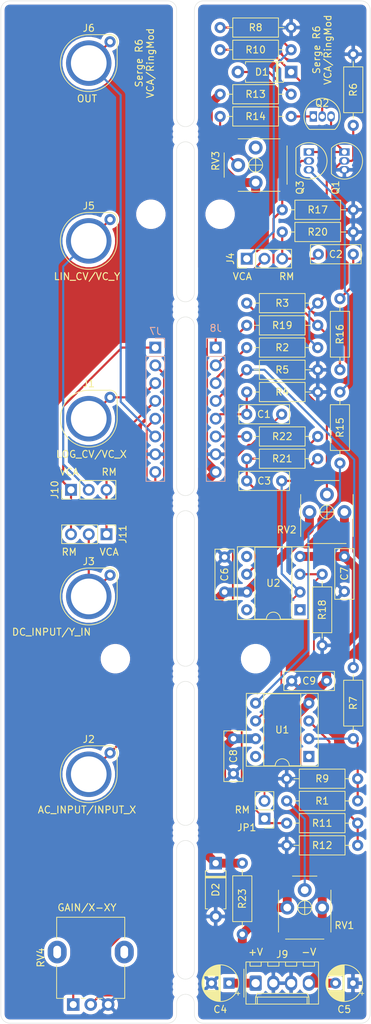
<source format=kicad_pcb>
(kicad_pcb (version 20171130) (host pcbnew "(5.1.8-0-10_14)")
  (layers (0 F.Cu signal) (31 B.Cu signal) (36 B.SilkS user) (37 F.SilkS user) (38 B.Mask user) (39 F.Mask user) (44 Edge.Cuts user))
  (net 0 "")
  (net 1 /AC_IN_X_IN_MAIN)
  (net 2 "Net-(C1-Pad1)")
  (net 3 "Net-(C2-Pad2)")
  (net 4 "Net-(C2-Pad1)")
  (net 5 "Net-(C3-Pad2)")
  (net 6 "Net-(C3-Pad1)")
  (net 7 GND)
  (net 8 +12V)
  (net 9 -12V)
  (net 10 "Net-(D1-Pad2)")
  (net 11 "Net-(D1-Pad1)")
  (net 12 +6V)
  (net 13 /AC_IN_X_IN_CTRL)
  (net 14 /LIN_CV_Y_IN_MAIN)
  (net 15 /LIN_CV)
  (net 16 /OUT_CTRL)
  (net 17 /6V_CTRL)
  (net 18 GND1)
  (net 19 /GAIN_X_XY_CTRL)
  (net 20 /OUT_MAIN)
  (net 21 /GAIN_X_XY_MAIN)
  (net 22 "Net-(JP1-Pad2)")
  (net 23 "Net-(Q1-Pad1)")
  (net 24 "Net-(Q1-Pad2)")
  (net 25 "Net-(Q2-Pad1)")
  (net 26 "Net-(Q3-Pad3)")
  (net 27 "Net-(Q3-Pad2)")
  (net 28 "Net-(R1-Pad2)")
  (net 29 "Net-(R1-Pad1)")
  (net 30 "Net-(R3-Pad2)")
  (net 31 "Net-(R11-Pad1)")
  (net 32 "Net-(R14-Pad1)")
  (net 33 "Net-(R15-Pad2)")
  (net 34 "Net-(RV3-Pad3)")
  (net 35 "Net-(U1-Pad8)")
  (net 36 "Net-(U1-Pad1)")
  (net 37 "Net-(U2-Pad8)")
  (net 38 "Net-(U2-Pad5)")
  (net 39 "Net-(U2-Pad1)")
  (net 40 /LOG_CV_VC_X_CTRL)
  (net 41 "Net-(J11-Pad2)")
  (net 42 "Net-(J10-Pad2)")
  (net 43 /DC_IN_CTRL)
  (net 44 /LIN_CV_CTRL)
  (net 45 /DC_IN_VC_Y_MAIN)
  (net 46 /LOG_CV_VC_X_MAIN)
  (module rumblesan-footprints:mouse-bite-2.54mm-slot (layer F.Cu) (at 113.157 172.593 90)
    (fp_text reference mouse-bite-2.54mm-slot hide)
    (fp_text value VAL** hide)
    (pad "" np_thru_hole circle (at 0.8 1.1 90) (size 0.5 0.5) (drill 0.5) (layers *.Cu *.Mask))
    (pad "" np_thru_hole circle (at -0.8 1.1 90) (size 0.5 0.5) (drill 0.5) (layers *.Cu *.Mask))
    (pad "" np_thru_hole circle (at -0.8 -1.1 90) (size 0.5 0.5) (drill 0.5) (layers *.Cu *.Mask))
    (pad "" np_thru_hole circle (at 0.8 -1.1 90) (size 0.5 0.5) (drill 0.5) (layers *.Cu *.Mask))
    (pad "" np_thru_hole circle (at 0 1.1 90) (size 0.5 0.5) (drill 0.5) (layers *.Cu *.Mask))
    (pad "" np_thru_hole circle (at 0 -1.1 90) (size 0.5 0.5) (drill 0.5) (layers *.Cu *.Mask))
  )
  (module rumblesan-footprints:mouse-bite-2.54mm-slot (layer F.Cu) (at 113.157 150.622 90)
    (fp_text reference mouse-bite-2.54mm-slot hide)
    (fp_text value VAL** hide)
    (pad "" np_thru_hole circle (at 0.8 1.1 90) (size 0.5 0.5) (drill 0.5) (layers *.Cu *.Mask))
    (pad "" np_thru_hole circle (at -0.8 1.1 90) (size 0.5 0.5) (drill 0.5) (layers *.Cu *.Mask))
    (pad "" np_thru_hole circle (at -0.8 -1.1 90) (size 0.5 0.5) (drill 0.5) (layers *.Cu *.Mask))
    (pad "" np_thru_hole circle (at 0.8 -1.1 90) (size 0.5 0.5) (drill 0.5) (layers *.Cu *.Mask))
    (pad "" np_thru_hole circle (at 0 1.1 90) (size 0.5 0.5) (drill 0.5) (layers *.Cu *.Mask))
    (pad "" np_thru_hole circle (at 0 -1.1 90) (size 0.5 0.5) (drill 0.5) (layers *.Cu *.Mask))
  )
  (module rumblesan-footprints:mouse-bite-2.54mm-slot (layer F.Cu) (at 113.157 127.889 90)
    (fp_text reference mouse-bite-2.54mm-slot hide)
    (fp_text value VAL** hide)
    (pad "" np_thru_hole circle (at 0.8 1.1 90) (size 0.5 0.5) (drill 0.5) (layers *.Cu *.Mask))
    (pad "" np_thru_hole circle (at -0.8 1.1 90) (size 0.5 0.5) (drill 0.5) (layers *.Cu *.Mask))
    (pad "" np_thru_hole circle (at -0.8 -1.1 90) (size 0.5 0.5) (drill 0.5) (layers *.Cu *.Mask))
    (pad "" np_thru_hole circle (at 0.8 -1.1 90) (size 0.5 0.5) (drill 0.5) (layers *.Cu *.Mask))
    (pad "" np_thru_hole circle (at 0 1.1 90) (size 0.5 0.5) (drill 0.5) (layers *.Cu *.Mask))
    (pad "" np_thru_hole circle (at 0 -1.1 90) (size 0.5 0.5) (drill 0.5) (layers *.Cu *.Mask))
  )
  (module rumblesan-footprints:mouse-bite-2.54mm-slot (layer F.Cu) (at 113.157 103.505 90)
    (fp_text reference mouse-bite-2.54mm-slot hide)
    (fp_text value VAL** hide)
    (pad "" np_thru_hole circle (at 0.8 1.1 90) (size 0.5 0.5) (drill 0.5) (layers *.Cu *.Mask))
    (pad "" np_thru_hole circle (at -0.8 1.1 90) (size 0.5 0.5) (drill 0.5) (layers *.Cu *.Mask))
    (pad "" np_thru_hole circle (at -0.8 -1.1 90) (size 0.5 0.5) (drill 0.5) (layers *.Cu *.Mask))
    (pad "" np_thru_hole circle (at 0.8 -1.1 90) (size 0.5 0.5) (drill 0.5) (layers *.Cu *.Mask))
    (pad "" np_thru_hole circle (at 0 1.1 90) (size 0.5 0.5) (drill 0.5) (layers *.Cu *.Mask))
    (pad "" np_thru_hole circle (at 0 -1.1 90) (size 0.5 0.5) (drill 0.5) (layers *.Cu *.Mask))
  )
  (module rumblesan-footprints:mouse-bite-2.54mm-slot (layer F.Cu) (at 113.157 75.819 90)
    (fp_text reference mouse-bite-2.54mm-slot hide)
    (fp_text value VAL** hide)
    (pad "" np_thru_hole circle (at 0.8 1.1 90) (size 0.5 0.5) (drill 0.5) (layers *.Cu *.Mask))
    (pad "" np_thru_hole circle (at -0.8 1.1 90) (size 0.5 0.5) (drill 0.5) (layers *.Cu *.Mask))
    (pad "" np_thru_hole circle (at -0.8 -1.1 90) (size 0.5 0.5) (drill 0.5) (layers *.Cu *.Mask))
    (pad "" np_thru_hole circle (at 0.8 -1.1 90) (size 0.5 0.5) (drill 0.5) (layers *.Cu *.Mask))
    (pad "" np_thru_hole circle (at 0 1.1 90) (size 0.5 0.5) (drill 0.5) (layers *.Cu *.Mask))
    (pad "" np_thru_hole circle (at 0 -1.1 90) (size 0.5 0.5) (drill 0.5) (layers *.Cu *.Mask))
  )
  (module rumblesan-footprints:mouse-bite-2.54mm-slot (layer F.Cu) (at 113.157 50.8 90)
    (fp_text reference mouse-bite-2.54mm-slot hide)
    (fp_text value VAL** hide)
    (pad "" np_thru_hole circle (at 0.8 1.1 90) (size 0.5 0.5) (drill 0.5) (layers *.Cu *.Mask))
    (pad "" np_thru_hole circle (at -0.8 1.1 90) (size 0.5 0.5) (drill 0.5) (layers *.Cu *.Mask))
    (pad "" np_thru_hole circle (at -0.8 -1.1 90) (size 0.5 0.5) (drill 0.5) (layers *.Cu *.Mask))
    (pad "" np_thru_hole circle (at 0.8 -1.1 90) (size 0.5 0.5) (drill 0.5) (layers *.Cu *.Mask))
    (pad "" np_thru_hole circle (at 0 1.1 90) (size 0.5 0.5) (drill 0.5) (layers *.Cu *.Mask))
    (pad "" np_thru_hole circle (at 0 -1.1 90) (size 0.5 0.5) (drill 0.5) (layers *.Cu *.Mask))
  )
  (module Connector_PinHeader_2.54mm:PinHeader_1x03_P2.54mm_Vertical (layer F.Cu) (at 101.854 107.95 270)
    (fp_text reference J11 (at 0 -2.33 90) (layer F.SilkS))
    (fp_text value DC_IN_VC_Y_SEL)
    (pad 3 thru_hole oval (at 0 5.08 270) (size 1.7 1.7) (drill 1) (layers *.Cu *.Mask) (net 44 /LIN_CV_CTRL))
    (pad 2 thru_hole oval (at 0 2.54 270) (size 1.7 1.7) (drill 1) (layers *.Cu *.Mask) (net 41 "Net-(J11-Pad2)"))
    (pad 1 thru_hole rect (at 0 0 270) (size 1.7 1.7) (drill 1) (layers *.Cu *.Mask) (net 43 /DC_IN_CTRL))
  )
  (module Connector_PinHeader_2.54mm:PinHeader_1x03_P2.54mm_Vertical (layer F.Cu) (at 96.774 101.6 90)
    (fp_text reference J10 (at 0 -2.33 90) (layer F.SilkS))
    (fp_text value LIN_CV_Y_IN_SEL)
    (pad 3 thru_hole oval (at 0 5.08 90) (size 1.7 1.7) (drill 1) (layers *.Cu *.Mask) (net 43 /DC_IN_CTRL))
    (pad 2 thru_hole oval (at 0 2.54 90) (size 1.7 1.7) (drill 1) (layers *.Cu *.Mask) (net 42 "Net-(J10-Pad2)"))
    (pad 1 thru_hole rect (at 0 0 90) (size 1.7 1.7) (drill 1) (layers *.Cu *.Mask) (net 44 /LIN_CV_CTRL))
  )
  (module MountingHole:MountingHole_3.2mm_M3 (layer F.Cu) (at 108.204 62.23)
    (fp_text reference H4 hide)
    (fp_text value MountingScrew_M3_Flathead hide)
    (pad 1 np_thru_hole circle (at 0 0) (size 3.2 3.2) (drill 3.2) (layers *.Cu *.Mask))
  )
  (module MountingHole:MountingHole_3.2mm_M3 (layer F.Cu) (at 118.11 62.23)
    (fp_text reference H3 hide)
    (fp_text value MountingScrew_M3_Flathead hide)
    (pad 1 np_thru_hole circle (at 0 0) (size 3.2 3.2) (drill 3.2) (layers *.Cu *.Mask))
  )
  (module rumblesan-footprints:Molex_KK-254_AE-6410-04A_1x04_P2.54mm_Vertical (layer F.Cu) (at 123.19 172.085)
    (fp_text reference J9 (at 3.81 -4.12) (layer F.SilkS))
    (fp_text value Conn_01x04_Male)
    (pad 4 thru_hole oval (at 7.62 0) (size 1.74 2.19) (drill 1.19) (layers *.Cu *.Mask) (net 9 -12V))
    (pad 3 thru_hole oval (at 5.08 0) (size 1.74 2.19) (drill 1.19) (layers *.Cu *.Mask) (net 7 GND))
    (pad 2 thru_hole oval (at 2.54 0) (size 1.74 2.19) (drill 1.19) (layers *.Cu *.Mask) (net 7 GND))
    (pad 1 thru_hole roundrect (at 0 0) (size 1.74 2.19) (drill 1.19) (layers *.Cu *.Mask) (roundrect_rratio 0.1436775862068966) (net 8 +12V))
  )
  (module Capacitor_THT:C_Rect_L7.0mm_W2.5mm_P5.00mm (layer F.Cu) (at 128.35 128.905)
    (fp_text reference C9 (at 2.5 0) (layer F.SilkS))
    (fp_text value 100nf)
    (pad 2 thru_hole circle (at 5 0) (size 1.6 1.6) (drill 0.8) (layers *.Cu *.Mask) (net 9 -12V))
    (pad 1 thru_hole circle (at 0 0) (size 1.6 1.6) (drill 0.8) (layers *.Cu *.Mask) (net 7 GND))
  )
  (module Capacitor_THT:C_Rect_L7.0mm_W2.5mm_P5.00mm (layer F.Cu) (at 120.015 137.16 270)
    (fp_text reference C8 (at 2.5 0 90) (layer F.SilkS))
    (fp_text value 100nf)
    (pad 2 thru_hole circle (at 5 0 270) (size 1.6 1.6) (drill 0.8) (layers *.Cu *.Mask) (net 7 GND))
    (pad 1 thru_hole circle (at 0 0 270) (size 1.6 1.6) (drill 0.8) (layers *.Cu *.Mask) (net 8 +12V))
  )
  (module Capacitor_THT:C_Rect_L7.0mm_W2.5mm_P5.00mm (layer F.Cu) (at 135.89 116.125 90)
    (fp_text reference C7 (at 2.54 0 90) (layer F.SilkS))
    (fp_text value 100nf)
    (pad 2 thru_hole circle (at 5 0 90) (size 1.6 1.6) (drill 0.8) (layers *.Cu *.Mask) (net 9 -12V))
    (pad 1 thru_hole circle (at 0 0 90) (size 1.6 1.6) (drill 0.8) (layers *.Cu *.Mask) (net 7 GND))
  )
  (module Capacitor_THT:C_Rect_L7.0mm_W2.5mm_P5.00mm (layer F.Cu) (at 118.745 116.205 90)
    (fp_text reference C6 (at 2.5 0 90) (layer F.SilkS))
    (fp_text value 100nf)
    (pad 2 thru_hole circle (at 5 0 90) (size 1.6 1.6) (drill 0.8) (layers *.Cu *.Mask) (net 7 GND))
    (pad 1 thru_hole circle (at 0 0 90) (size 1.6 1.6) (drill 0.8) (layers *.Cu *.Mask) (net 8 +12V))
  )
  (module Capacitor_THT:C_Rect_L7.0mm_W2.5mm_P5.00mm (layer F.Cu) (at 121.92 100.33)
    (fp_text reference C3 (at 2.5 0) (layer F.SilkS))
    (fp_text value 220pf)
    (pad 2 thru_hole circle (at 5 0) (size 1.6 1.6) (drill 0.8) (layers *.Cu *.Mask) (net 5 "Net-(C3-Pad2)"))
    (pad 1 thru_hole circle (at 0 0) (size 1.6 1.6) (drill 0.8) (layers *.Cu *.Mask) (net 6 "Net-(C3-Pad1)"))
  )
  (module Capacitor_THT:C_Rect_L7.0mm_W2.5mm_P5.00mm (layer F.Cu) (at 132.16 67.945)
    (fp_text reference C2 (at 2.5 0) (layer F.SilkS))
    (fp_text value na/470n)
    (pad 2 thru_hole circle (at 5 0) (size 1.6 1.6) (drill 0.8) (layers *.Cu *.Mask) (net 3 "Net-(C2-Pad2)"))
    (pad 1 thru_hole circle (at 0 0) (size 1.6 1.6) (drill 0.8) (layers *.Cu *.Mask) (net 4 "Net-(C2-Pad1)"))
  )
  (module Capacitor_THT:C_Rect_L7.0mm_W2.5mm_P5.00mm (layer F.Cu) (at 126.92 90.805 180)
    (fp_text reference C1 (at 2.54 0) (layer F.SilkS))
    (fp_text value 470n)
    (pad 2 thru_hole circle (at 5 0 180) (size 1.6 1.6) (drill 0.8) (layers *.Cu *.Mask) (net 1 /AC_IN_X_IN_MAIN))
    (pad 1 thru_hole circle (at 0 0 180) (size 1.6 1.6) (drill 0.8) (layers *.Cu *.Mask) (net 2 "Net-(C1-Pad1)"))
  )
  (module Package_DIP:DIP-8_W7.62mm_Socket (layer F.Cu) (at 129.54 118.745 180)
    (fp_text reference U2 (at 3.81 3.81) (layer F.SilkS))
    (fp_text value TL071)
    (pad 8 thru_hole oval (at 7.62 0 180) (size 1.6 1.6) (drill 0.8) (layers *.Cu *.Mask) (net 37 "Net-(U2-Pad8)"))
    (pad 4 thru_hole oval (at 0 7.62 180) (size 1.6 1.6) (drill 0.8) (layers *.Cu *.Mask) (net 9 -12V))
    (pad 7 thru_hole oval (at 7.62 2.54 180) (size 1.6 1.6) (drill 0.8) (layers *.Cu *.Mask) (net 8 +12V))
    (pad 3 thru_hole oval (at 0 5.08 180) (size 1.6 1.6) (drill 0.8) (layers *.Cu *.Mask) (net 22 "Net-(JP1-Pad2)"))
    (pad 6 thru_hole oval (at 7.62 5.08 180) (size 1.6 1.6) (drill 0.8) (layers *.Cu *.Mask) (net 6 "Net-(C3-Pad1)"))
    (pad 2 thru_hole oval (at 0 2.54 180) (size 1.6 1.6) (drill 0.8) (layers *.Cu *.Mask) (net 5 "Net-(C3-Pad2)"))
    (pad 5 thru_hole oval (at 7.62 7.62 180) (size 1.6 1.6) (drill 0.8) (layers *.Cu *.Mask) (net 38 "Net-(U2-Pad5)"))
    (pad 1 thru_hole rect (at 0 0 180) (size 1.6 1.6) (drill 0.8) (layers *.Cu *.Mask) (net 39 "Net-(U2-Pad1)"))
  )
  (module Package_DIP:DIP-8_W7.62mm_Socket (layer F.Cu) (at 130.81 139.7 180)
    (fp_text reference U1 (at 3.81 3.81) (layer F.SilkS))
    (fp_text value CA3080)
    (pad 8 thru_hole oval (at 7.62 0 180) (size 1.6 1.6) (drill 0.8) (layers *.Cu *.Mask) (net 35 "Net-(U1-Pad8)"))
    (pad 4 thru_hole oval (at 0 7.62 180) (size 1.6 1.6) (drill 0.8) (layers *.Cu *.Mask) (net 9 -12V))
    (pad 7 thru_hole oval (at 7.62 2.54 180) (size 1.6 1.6) (drill 0.8) (layers *.Cu *.Mask) (net 8 +12V))
    (pad 3 thru_hole oval (at 0 5.08 180) (size 1.6 1.6) (drill 0.8) (layers *.Cu *.Mask) (net 31 "Net-(R11-Pad1)"))
    (pad 6 thru_hole oval (at 7.62 5.08 180) (size 1.6 1.6) (drill 0.8) (layers *.Cu *.Mask) (net 5 "Net-(C3-Pad2)"))
    (pad 2 thru_hole oval (at 0 2.54 180) (size 1.6 1.6) (drill 0.8) (layers *.Cu *.Mask) (net 29 "Net-(R1-Pad1)"))
    (pad 5 thru_hole oval (at 7.62 7.62 180) (size 1.6 1.6) (drill 0.8) (layers *.Cu *.Mask) (net 33 "Net-(R15-Pad2)"))
    (pad 1 thru_hole rect (at 0 0 180) (size 1.6 1.6) (drill 0.8) (layers *.Cu *.Mask) (net 36 "Net-(U1-Pad1)"))
  )
  (module Potentiometer_THT:Potentiometer_Alpha_RD901F-40-00D_Single_Vertical (layer F.Cu) (at 97.094 175.14 90)
    (fp_text reference RV4 (at 6.71 -4.64 270) (layer F.SilkS))
    (fp_text value 100k)
    (pad "" thru_hole oval (at 7.5 -2.3 180) (size 2.72 3.24) (drill oval 1.1 1.8) (layers *.Cu *.Mask))
    (pad "" thru_hole oval (at 7.5 7.3 180) (size 2.72 3.24) (drill oval 1.1 1.8) (layers *.Cu *.Mask))
    (pad 3 thru_hole circle (at 0 5 180) (size 1.8 1.8) (drill 1) (layers *.Cu *.Mask) (net 18 GND1))
    (pad 2 thru_hole circle (at 0 2.5 180) (size 1.8 1.8) (drill 1) (layers *.Cu *.Mask) (net 19 /GAIN_X_XY_CTRL))
    (pad 1 thru_hole rect (at 0 0 180) (size 1.8 1.8) (drill 1) (layers *.Cu *.Mask) (net 17 /6V_CTRL))
  )
  (module rumblesan-footprints:Potentiometer_THT_Bourns_3306P_Vertical (layer F.Cu) (at 123.19 55.205 90)
    (fp_text reference RV3 (at 0.595 -5.715 90) (layer F.SilkS))
    (fp_text value 25k)
    (pad 2 thru_hole circle (at 0 -2.5 90) (size 2 2) (drill 1.1) (layers *.Cu *.Mask) (net 32 "Net-(R14-Pad1)"))
    (pad 1 thru_hole circle (at -2.5 0 90) (size 2 2) (drill 1.1) (layers *.Cu *.Mask) (net 12 +6V))
    (pad 3 thru_hole circle (at 2.5 0 90) (size 2 2) (drill 1.1) (layers *.Cu *.Mask) (net 34 "Net-(RV3-Pad3)"))
  )
  (module rumblesan-footprints:Potentiometer_THT_Bourns_3306P_Vertical (layer F.Cu) (at 133.39 104.775)
    (fp_text reference RV2 (at -5.755 2.54) (layer F.SilkS))
    (fp_text value 25k)
    (pad 3 thru_hole circle (at 2.5 0) (size 2 2) (drill 1.1) (layers *.Cu *.Mask) (net 9 -12V))
    (pad 1 thru_hole circle (at -2.5 0) (size 2 2) (drill 1.1) (layers *.Cu *.Mask) (net 8 +12V))
    (pad 2 thru_hole circle (at 0 -2.5) (size 2 2) (drill 1.1) (layers *.Cu *.Mask) (net 30 "Net-(R3-Pad2)"))
  )
  (module rumblesan-footprints:Potentiometer_THT_Bourns_3306P_Vertical (layer F.Cu) (at 130.215 161.29)
    (fp_text reference RV1 (at 5.675 2.54) (layer F.SilkS))
    (fp_text value 25k)
    (pad 3 thru_hole circle (at 2.5 0) (size 2 2) (drill 1.1) (layers *.Cu *.Mask) (net 9 -12V))
    (pad 1 thru_hole circle (at -2.5 0) (size 2 2) (drill 1.1) (layers *.Cu *.Mask) (net 8 +12V))
    (pad 2 thru_hole circle (at 0 -2.5) (size 2 2) (drill 1.1) (layers *.Cu *.Mask) (net 28 "Net-(R1-Pad2)"))
  )
  (module rumblesan-footprints:Resistor_THT_L6.3mm_D2.5mm_P10.16mm_Horizontal (layer F.Cu) (at 121.285 154.94 270)
    (fp_text reference R23 (at 5.08 0 90) (layer F.SilkS))
    (fp_text value 2k2)
    (pad 2 thru_hole oval (at 10.16 0 270) (size 1.6 1.6) (drill 0.8) (layers *.Cu *.Mask) (net 8 +12V))
    (pad 1 thru_hole circle (at 0 0 270) (size 1.6 1.6) (drill 0.8) (layers *.Cu *.Mask) (net 12 +6V))
  )
  (module rumblesan-footprints:Resistor_THT_L6.3mm_D2.5mm_P10.16mm_Horizontal (layer F.Cu) (at 121.92 93.98)
    (fp_text reference R22 (at 5.08 0) (layer F.SilkS))
    (fp_text value 330r)
    (pad 2 thru_hole oval (at 10.16 0) (size 1.6 1.6) (drill 0.8) (layers *.Cu *.Mask) (net 6 "Net-(C3-Pad1)"))
    (pad 1 thru_hole circle (at 0 0) (size 1.6 1.6) (drill 0.8) (layers *.Cu *.Mask) (net 20 /OUT_MAIN))
  )
  (module rumblesan-footprints:Resistor_THT_L6.3mm_D2.5mm_P10.16mm_Horizontal (layer F.Cu) (at 121.92 97.155)
    (fp_text reference R21 (at 5.08 0) (layer F.SilkS))
    (fp_text value 33k/68k)
    (pad 2 thru_hole oval (at 10.16 0) (size 1.6 1.6) (drill 0.8) (layers *.Cu *.Mask) (net 5 "Net-(C3-Pad2)"))
    (pad 1 thru_hole circle (at 0 0) (size 1.6 1.6) (drill 0.8) (layers *.Cu *.Mask) (net 6 "Net-(C3-Pad1)"))
  )
  (module rumblesan-footprints:Resistor_THT_L6.3mm_D2.5mm_P10.16mm_Horizontal (layer F.Cu) (at 127 64.77)
    (fp_text reference R20 (at 5.08 0) (layer F.SilkS))
    (fp_text value na/47k)
    (pad 2 thru_hole oval (at 10.16 0) (size 1.6 1.6) (drill 0.8) (layers *.Cu *.Mask) (net 7 GND))
    (pad 1 thru_hole circle (at 0 0) (size 1.6 1.6) (drill 0.8) (layers *.Cu *.Mask) (net 4 "Net-(C2-Pad1)"))
  )
  (module rumblesan-footprints:Resistor_THT_L6.3mm_D2.5mm_P10.16mm_Horizontal (layer F.Cu) (at 121.92 78.105)
    (fp_text reference R19 (at 5.08 0) (layer F.SilkS))
    (fp_text value 22k/47k)
    (pad 1 thru_hole circle (at 0 0) (size 1.6 1.6) (drill 0.8) (layers *.Cu *.Mask) (net 21 /GAIN_X_XY_MAIN))
    (pad 2 thru_hole oval (at 10.16 0) (size 1.6 1.6) (drill 0.8) (layers *.Cu *.Mask) (net 27 "Net-(Q3-Pad2)"))
  )
  (module rumblesan-footprints:Resistor_THT_L6.3mm_D2.5mm_P10.16mm_Horizontal (layer F.Cu) (at 132.715 113.665 270)
    (fp_text reference R18 (at 5.08 0 90) (layer F.SilkS))
    (fp_text value 33k/na)
    (pad 2 thru_hole oval (at 10.16 0 270) (size 1.6 1.6) (drill 0.8) (layers *.Cu *.Mask) (net 7 GND))
    (pad 1 thru_hole circle (at 0 0 270) (size 1.6 1.6) (drill 0.8) (layers *.Cu *.Mask) (net 22 "Net-(JP1-Pad2)"))
  )
  (module rumblesan-footprints:Resistor_THT_L6.3mm_D2.5mm_P10.16mm_Horizontal (layer F.Cu) (at 127 61.595)
    (fp_text reference R17 (at 5.08 0) (layer F.SilkS))
    (fp_text value 1k)
    (pad 2 thru_hole oval (at 10.16 0) (size 1.6 1.6) (drill 0.8) (layers *.Cu *.Mask) (net 7 GND))
    (pad 1 thru_hole circle (at 0 0) (size 1.6 1.6) (drill 0.8) (layers *.Cu *.Mask) (net 27 "Net-(Q3-Pad2)"))
  )
  (module rumblesan-footprints:Resistor_THT_L6.3mm_D2.5mm_P10.16mm_Horizontal (layer F.Cu) (at 135.255 74.295 270)
    (fp_text reference R16 (at 5.08 0 90) (layer F.SilkS))
    (fp_text value na/47k)
    (pad 2 thru_hole oval (at 10.16 0 270) (size 1.6 1.6) (drill 0.8) (layers *.Cu *.Mask) (net 27 "Net-(Q3-Pad2)"))
    (pad 1 thru_hole circle (at 0 0 270) (size 1.6 1.6) (drill 0.8) (layers *.Cu *.Mask) (net 3 "Net-(C2-Pad2)"))
  )
  (module rumblesan-footprints:Resistor_THT_L6.3mm_D2.5mm_P10.16mm_Horizontal (layer F.Cu) (at 135.255 87.63 270)
    (fp_text reference R15 (at 5.08 0 90) (layer F.SilkS))
    (fp_text value 15k)
    (pad 2 thru_hole oval (at 10.16 0 270) (size 1.6 1.6) (drill 0.8) (layers *.Cu *.Mask) (net 33 "Net-(R15-Pad2)"))
    (pad 1 thru_hole circle (at 0 0 270) (size 1.6 1.6) (drill 0.8) (layers *.Cu *.Mask) (net 26 "Net-(Q3-Pad3)"))
  )
  (module rumblesan-footprints:Resistor_THT_L6.3mm_D2.5mm_P10.16mm_Horizontal (layer F.Cu) (at 118.11 48.26)
    (fp_text reference R14 (at 5.08 0) (layer F.SilkS))
    (fp_text value 2k2)
    (pad 2 thru_hole oval (at 10.16 0) (size 1.6 1.6) (drill 0.8) (layers *.Cu *.Mask) (net 25 "Net-(Q2-Pad1)"))
    (pad 1 thru_hole circle (at 0 0) (size 1.6 1.6) (drill 0.8) (layers *.Cu *.Mask) (net 32 "Net-(R14-Pad1)"))
  )
  (module rumblesan-footprints:Resistor_THT_L6.3mm_D2.5mm_P10.16mm_Horizontal (layer F.Cu) (at 118.11 45.085)
    (fp_text reference R13 (at 5.08 0) (layer F.SilkS))
    (fp_text value 220k)
    (pad 2 thru_hole oval (at 10.16 0) (size 1.6 1.6) (drill 0.8) (layers *.Cu *.Mask) (net 10 "Net-(D1-Pad2)"))
    (pad 1 thru_hole circle (at 0 0) (size 1.6 1.6) (drill 0.8) (layers *.Cu *.Mask) (net 12 +6V))
  )
  (module rumblesan-footprints:Resistor_THT_L6.3mm_D2.5mm_P10.16mm_Horizontal (layer F.Cu) (at 137.795 152.4 180)
    (fp_text reference R12 (at 5.08 0) (layer F.SilkS))
    (fp_text value 330r)
    (pad 2 thru_hole oval (at 10.16 0 180) (size 1.6 1.6) (drill 0.8) (layers *.Cu *.Mask) (net 7 GND))
    (pad 1 thru_hole circle (at 0 0 180) (size 1.6 1.6) (drill 0.8) (layers *.Cu *.Mask) (net 31 "Net-(R11-Pad1)"))
  )
  (module rumblesan-footprints:Resistor_THT_L6.3mm_D2.5mm_P10.16mm_Horizontal (layer F.Cu) (at 137.795 149.225 180)
    (fp_text reference R11 (at 5.08 0) (layer F.SilkS))
    (fp_text value 68k)
    (pad 2 thru_hole oval (at 10.16 0 180) (size 1.6 1.6) (drill 0.8) (layers *.Cu *.Mask) (net 2 "Net-(C1-Pad1)"))
    (pad 1 thru_hole circle (at 0 0 180) (size 1.6 1.6) (drill 0.8) (layers *.Cu *.Mask) (net 31 "Net-(R11-Pad1)"))
  )
  (module rumblesan-footprints:Resistor_THT_L6.3mm_D2.5mm_P10.16mm_Horizontal (layer F.Cu) (at 118.11 38.735)
    (fp_text reference R10 (at 5.08 0) (layer F.SilkS))
    (fp_text value 220k)
    (pad 2 thru_hole oval (at 10.16 0) (size 1.6 1.6) (drill 0.8) (layers *.Cu *.Mask) (net 15 /LIN_CV))
    (pad 1 thru_hole circle (at 0 0) (size 1.6 1.6) (drill 0.8) (layers *.Cu *.Mask) (net 11 "Net-(D1-Pad1)"))
  )
  (module rumblesan-footprints:Resistor_THT_L6.3mm_D2.5mm_P10.16mm_Horizontal (layer F.Cu) (at 137.795 142.875 180)
    (fp_text reference R9 (at 5.08 0) (layer F.SilkS))
    (fp_text value 330r)
    (pad 2 thru_hole oval (at 10.16 0 180) (size 1.6 1.6) (drill 0.8) (layers *.Cu *.Mask) (net 7 GND))
    (pad 1 thru_hole circle (at 0 0 180) (size 1.6 1.6) (drill 0.8) (layers *.Cu *.Mask) (net 29 "Net-(R1-Pad1)"))
  )
  (module rumblesan-footprints:Resistor_THT_L6.3mm_D2.5mm_P10.16mm_Horizontal (layer F.Cu) (at 118.11 35.56)
    (fp_text reference R8 (at 5.08 0) (layer F.SilkS))
    (fp_text value 15k)
    (pad 2 thru_hole oval (at 10.16 0) (size 1.6 1.6) (drill 0.8) (layers *.Cu *.Mask) (net 7 GND))
    (pad 1 thru_hole circle (at 0 0) (size 1.6 1.6) (drill 0.8) (layers *.Cu *.Mask) (net 15 /LIN_CV))
  )
  (module rumblesan-footprints:Resistor_THT_L6.3mm_D2.5mm_P10.16mm_Horizontal (layer F.Cu) (at 137.16 137.16 90)
    (fp_text reference R7 (at 5.08 0 90) (layer F.SilkS))
    (fp_text value 68k/150k)
    (pad 2 thru_hole oval (at 10.16 0 90) (size 1.6 1.6) (drill 0.8) (layers *.Cu *.Mask) (net 45 /DC_IN_VC_Y_MAIN))
    (pad 1 thru_hole circle (at 0 0 90) (size 1.6 1.6) (drill 0.8) (layers *.Cu *.Mask) (net 29 "Net-(R1-Pad1)"))
  )
  (module rumblesan-footprints:Resistor_THT_L6.3mm_D2.5mm_P10.16mm_Horizontal (layer F.Cu) (at 137.16 49.53 90)
    (fp_text reference R6 (at 5.08 0 90) (layer F.SilkS))
    (fp_text value 1k)
    (pad 2 thru_hole oval (at 10.16 0 90) (size 1.6 1.6) (drill 0.8) (layers *.Cu *.Mask) (net 7 GND))
    (pad 1 thru_hole circle (at 0 0 90) (size 1.6 1.6) (drill 0.8) (layers *.Cu *.Mask) (net 24 "Net-(Q1-Pad2)"))
  )
  (module rumblesan-footprints:Resistor_THT_L6.3mm_D2.5mm_P10.16mm_Horizontal (layer F.Cu) (at 121.92 84.455)
    (fp_text reference R5 (at 5.08 0) (layer F.SilkS))
    (fp_text value 22k)
    (pad 2 thru_hole oval (at 10.16 0) (size 1.6 1.6) (drill 0.8) (layers *.Cu *.Mask) (net 7 GND))
    (pad 1 thru_hole circle (at 0 0) (size 1.6 1.6) (drill 0.8) (layers *.Cu *.Mask) (net 45 /DC_IN_VC_Y_MAIN))
  )
  (module rumblesan-footprints:Resistor_THT_L6.3mm_D2.5mm_P10.16mm_Horizontal (layer F.Cu) (at 121.92 87.63)
    (fp_text reference R4 (at 5.08 0) (layer F.SilkS))
    (fp_text value 22k)
    (pad 2 thru_hole oval (at 10.16 0) (size 1.6 1.6) (drill 0.8) (layers *.Cu *.Mask) (net 7 GND))
    (pad 1 thru_hole circle (at 0 0) (size 1.6 1.6) (drill 0.8) (layers *.Cu *.Mask) (net 1 /AC_IN_X_IN_MAIN))
  )
  (module rumblesan-footprints:Resistor_THT_L6.3mm_D2.5mm_P10.16mm_Horizontal (layer F.Cu) (at 132.08 74.93 180)
    (fp_text reference R3 (at 5.08 0) (layer F.SilkS))
    (fp_text value 220k)
    (pad 2 thru_hole oval (at 10.16 0 180) (size 1.6 1.6) (drill 0.8) (layers *.Cu *.Mask) (net 30 "Net-(R3-Pad2)"))
    (pad 1 thru_hole circle (at 0 0 180) (size 1.6 1.6) (drill 0.8) (layers *.Cu *.Mask) (net 24 "Net-(Q1-Pad2)"))
  )
  (module rumblesan-footprints:Resistor_THT_L6.3mm_D2.5mm_P10.16mm_Horizontal (layer F.Cu) (at 132.08 81.28 180)
    (fp_text reference R2 (at 5.08 0) (layer F.SilkS))
    (fp_text value 22k/47k)
    (pad 2 thru_hole oval (at 10.16 0 180) (size 1.6 1.6) (drill 0.8) (layers *.Cu *.Mask) (net 46 /LOG_CV_VC_X_MAIN))
    (pad 1 thru_hole circle (at 0 0 180) (size 1.6 1.6) (drill 0.8) (layers *.Cu *.Mask) (net 24 "Net-(Q1-Pad2)"))
  )
  (module rumblesan-footprints:Resistor_THT_L6.3mm_D2.5mm_P10.16mm_Horizontal (layer F.Cu) (at 137.795 146.05 180)
    (fp_text reference R1 (at 5.08 0) (layer F.SilkS))
    (fp_text value 220k)
    (pad 2 thru_hole oval (at 10.16 0 180) (size 1.6 1.6) (drill 0.8) (layers *.Cu *.Mask) (net 28 "Net-(R1-Pad2)"))
    (pad 1 thru_hole circle (at 0 0 180) (size 1.6 1.6) (drill 0.8) (layers *.Cu *.Mask) (net 29 "Net-(R1-Pad1)"))
  )
  (module Package_TO_SOT_THT:TO-92_Inline (layer F.Cu) (at 130.81 53.34 270)
    (fp_text reference Q3 (at 5.08 1.27 90) (layer F.SilkS))
    (fp_text value 2N3906)
    (pad 1 thru_hole rect (at 0 0 270) (size 1.05 1.5) (drill 0.75) (layers *.Cu *.Mask) (net 23 "Net-(Q1-Pad1)"))
    (pad 3 thru_hole oval (at 2.54 0 270) (size 1.05 1.5) (drill 0.75) (layers *.Cu *.Mask) (net 26 "Net-(Q3-Pad3)"))
    (pad 2 thru_hole oval (at 1.27 0 270) (size 1.05 1.5) (drill 0.75) (layers *.Cu *.Mask) (net 27 "Net-(Q3-Pad2)"))
  )
  (module Package_TO_SOT_THT:TO-92_Inline (layer F.Cu) (at 131.445 48.26)
    (fp_text reference Q2 (at 1.27 -1.905) (layer F.SilkS))
    (fp_text value 2N3906)
    (pad 1 thru_hole rect (at 0 0) (size 1.05 1.5) (drill 0.75) (layers *.Cu *.Mask) (net 25 "Net-(Q2-Pad1)"))
    (pad 3 thru_hole oval (at 2.54 0) (size 1.05 1.5) (drill 0.75) (layers *.Cu *.Mask) (net 23 "Net-(Q1-Pad1)"))
    (pad 2 thru_hole oval (at 1.27 0) (size 1.05 1.5) (drill 0.75) (layers *.Cu *.Mask) (net 11 "Net-(D1-Pad1)"))
  )
  (module Package_TO_SOT_THT:TO-92_Inline (layer F.Cu) (at 135.89 53.34 270)
    (fp_text reference Q1 (at 5.08 1.27 90) (layer F.SilkS))
    (fp_text value 2N3906)
    (pad 1 thru_hole rect (at 0 0 270) (size 1.05 1.5) (drill 0.75) (layers *.Cu *.Mask) (net 23 "Net-(Q1-Pad1)"))
    (pad 3 thru_hole oval (at 2.54 0 270) (size 1.05 1.5) (drill 0.75) (layers *.Cu *.Mask) (net 7 GND))
    (pad 2 thru_hole oval (at 1.27 0 270) (size 1.05 1.5) (drill 0.75) (layers *.Cu *.Mask) (net 24 "Net-(Q1-Pad2)"))
  )
  (module Connector_PinHeader_2.54mm:PinHeader_1x02_P2.54mm_Vertical (layer F.Cu) (at 124.46 148.59 180)
    (fp_text reference JP1 (at 2.54 -1.27) (layer F.SilkS))
    (fp_text value Jumper_NO_Small hide)
    (pad 2 thru_hole oval (at 0 2.54 180) (size 1.7 1.7) (drill 1) (layers *.Cu *.Mask) (net 22 "Net-(JP1-Pad2)"))
    (pad 1 thru_hole rect (at 0 0 180) (size 1.7 1.7) (drill 1) (layers *.Cu *.Mask) (net 2 "Net-(C1-Pad1)"))
  )
  (module Connector_PinSocket_2.54mm:PinSocket_1x08_P2.54mm_Vertical (layer B.Cu) (at 117.475 81.28 180)
    (fp_text reference J8 (at 0 2.77) (layer B.SilkS) (effects (justify mirror)))
    (fp_text value MAIN_HEADER)
    (pad 8 thru_hole oval (at 0 -17.78 180) (size 1.7 1.7) (drill 1) (layers *.Cu *.Mask) (net 12 +6V))
    (pad 7 thru_hole oval (at 0 -15.24 180) (size 1.7 1.7) (drill 1) (layers *.Cu *.Mask) (net 7 GND))
    (pad 6 thru_hole oval (at 0 -12.7 180) (size 1.7 1.7) (drill 1) (layers *.Cu *.Mask) (net 20 /OUT_MAIN))
    (pad 5 thru_hole oval (at 0 -10.16 180) (size 1.7 1.7) (drill 1) (layers *.Cu *.Mask) (net 1 /AC_IN_X_IN_MAIN))
    (pad 4 thru_hole oval (at 0 -7.62 180) (size 1.7 1.7) (drill 1) (layers *.Cu *.Mask) (net 45 /DC_IN_VC_Y_MAIN))
    (pad 3 thru_hole oval (at 0 -5.08 180) (size 1.7 1.7) (drill 1) (layers *.Cu *.Mask) (net 46 /LOG_CV_VC_X_MAIN))
    (pad 2 thru_hole oval (at 0 -2.54 180) (size 1.7 1.7) (drill 1) (layers *.Cu *.Mask) (net 21 /GAIN_X_XY_MAIN))
    (pad 1 thru_hole rect (at 0 0 180) (size 1.7 1.7) (drill 1) (layers *.Cu *.Mask) (net 14 /LIN_CV_Y_IN_MAIN))
  )
  (module Connector_PinHeader_2.54mm:PinHeader_1x08_P2.54mm_Vertical (layer B.Cu) (at 108.839 81.28 180)
    (fp_text reference J7 (at 0 2.33) (layer B.SilkS) (effects (justify mirror)))
    (fp_text value CTRL_HEADER)
    (pad 8 thru_hole oval (at 0 -17.78 180) (size 1.7 1.7) (drill 1) (layers *.Cu *.Mask) (net 17 /6V_CTRL))
    (pad 7 thru_hole oval (at 0 -15.24 180) (size 1.7 1.7) (drill 1) (layers *.Cu *.Mask) (net 18 GND1))
    (pad 6 thru_hole oval (at 0 -12.7 180) (size 1.7 1.7) (drill 1) (layers *.Cu *.Mask) (net 16 /OUT_CTRL))
    (pad 5 thru_hole oval (at 0 -10.16 180) (size 1.7 1.7) (drill 1) (layers *.Cu *.Mask) (net 13 /AC_IN_X_IN_CTRL))
    (pad 4 thru_hole oval (at 0 -7.62 180) (size 1.7 1.7) (drill 1) (layers *.Cu *.Mask) (net 43 /DC_IN_CTRL))
    (pad 3 thru_hole oval (at 0 -5.08 180) (size 1.7 1.7) (drill 1) (layers *.Cu *.Mask) (net 40 /LOG_CV_VC_X_CTRL))
    (pad 2 thru_hole oval (at 0 -2.54 180) (size 1.7 1.7) (drill 1) (layers *.Cu *.Mask) (net 19 /GAIN_X_XY_CTRL))
    (pad 1 thru_hole rect (at 0 0 180) (size 1.7 1.7) (drill 1) (layers *.Cu *.Mask) (net 44 /LIN_CV_CTRL))
  )
  (module rumblesan-footprints:BananaJack_THT_JohnsonCinch_108-09 (layer F.Cu) (at 99.314 40.64)
    (fp_text reference J6 (at 0 -5) (layer F.SilkS))
    (fp_text value OUT)
    (pad 1 thru_hole circle (at 3.048 -3.048) (size 1.6 1.6) (drill 0.8) (layers *.Cu *.Mask) (net 16 /OUT_CTRL))
    (pad 1 thru_hole circle (at 0 0) (size 6.5 6.5) (drill 5.1) (layers *.Cu *.Mask) (net 16 /OUT_CTRL))
  )
  (module rumblesan-footprints:BananaJack_THT_JohnsonCinch_108-09 (layer F.Cu) (at 99.314 66.04)
    (fp_text reference J5 (at 0 -5) (layer F.SilkS))
    (fp_text value LIN_CV/VC_Y)
    (pad 1 thru_hole circle (at 3.048 -3.048) (size 1.6 1.6) (drill 0.8) (layers *.Cu *.Mask) (net 42 "Net-(J10-Pad2)"))
    (pad 1 thru_hole circle (at 0 0) (size 6.5 6.5) (drill 5.1) (layers *.Cu *.Mask) (net 42 "Net-(J10-Pad2)"))
  )
  (module Connector_PinHeader_2.54mm:PinHeader_1x03_P2.54mm_Vertical (layer F.Cu) (at 121.92 68.58 90)
    (fp_text reference J4 (at 0 -2.33 90) (layer F.SilkS))
    (fp_text value LIN_CV_INPUT_Y_SEL hide)
    (pad 3 thru_hole oval (at 0 5.08 90) (size 1.7 1.7) (drill 1) (layers *.Cu *.Mask) (net 4 "Net-(C2-Pad1)"))
    (pad 2 thru_hole oval (at 0 2.54 90) (size 1.7 1.7) (drill 1) (layers *.Cu *.Mask) (net 14 /LIN_CV_Y_IN_MAIN))
    (pad 1 thru_hole rect (at 0 0 90) (size 1.7 1.7) (drill 1) (layers *.Cu *.Mask) (net 15 /LIN_CV))
  )
  (module rumblesan-footprints:BananaJack_THT_JohnsonCinch_108-09 (layer F.Cu) (at 99.314 116.84)
    (fp_text reference J3 (at 0 -5) (layer F.SilkS))
    (fp_text value DC_INPUT/Y_IN)
    (pad 1 thru_hole circle (at 3.048 -3.048) (size 1.6 1.6) (drill 0.8) (layers *.Cu *.Mask) (net 41 "Net-(J11-Pad2)"))
    (pad 1 thru_hole circle (at 0 0) (size 6.5 6.5) (drill 5.1) (layers *.Cu *.Mask) (net 41 "Net-(J11-Pad2)"))
  )
  (module rumblesan-footprints:BananaJack_THT_JohnsonCinch_108-09 (layer F.Cu) (at 99.314 142.24)
    (fp_text reference J2 (at 0 -5) (layer F.SilkS))
    (fp_text value AC_INPUT/INPUT_X)
    (pad 1 thru_hole circle (at 3.048 -3.048) (size 1.6 1.6) (drill 0.8) (layers *.Cu *.Mask) (net 13 /AC_IN_X_IN_CTRL))
    (pad 1 thru_hole circle (at 0 0) (size 6.5 6.5) (drill 5.1) (layers *.Cu *.Mask) (net 13 /AC_IN_X_IN_CTRL))
  )
  (module rumblesan-footprints:BananaJack_THT_JohnsonCinch_108-09 (layer F.Cu) (at 99.314 91.44)
    (fp_text reference J1 (at 0 -5) (layer F.SilkS))
    (fp_text value LOG_CV/VC_X)
    (pad 1 thru_hole circle (at 3.048 -3.048) (size 1.6 1.6) (drill 0.8) (layers *.Cu *.Mask) (net 40 /LOG_CV_VC_X_CTRL))
    (pad 1 thru_hole circle (at 0 0) (size 6.5 6.5) (drill 5.1) (layers *.Cu *.Mask) (net 40 /LOG_CV_VC_X_CTRL))
  )
  (module MountingHole:MountingHole_3.2mm_M3 (layer F.Cu) (at 123.19 125.73)
    (fp_text reference H2 hide)
    (fp_text value MountingScrew_M3_Flathead hide)
    (pad 1 np_thru_hole circle (at 0 0) (size 3.2 3.2) (drill 3.2) (layers *.Cu *.Mask))
  )
  (module MountingHole:MountingHole_3.2mm_M3 (layer F.Cu) (at 103.124 125.73)
    (fp_text reference H1 hide)
    (fp_text value MountingScrew_M3_Flathead hide)
    (pad 1 np_thru_hole circle (at 0 0) (size 3.2 3.2) (drill 3.2) (layers *.Cu *.Mask))
  )
  (module rumblesan-footprints:Diode_THT_P7.62mm_Horizontal (layer F.Cu) (at 117.475 154.94 270)
    (fp_text reference D2 (at 3.81 0 90) (layer F.SilkS))
    (fp_text value 6V_Zener)
    (pad 2 thru_hole oval (at 7.62 0 270) (size 1.8 1.8) (drill 0.9) (layers *.Cu *.Mask) (net 7 GND))
    (pad 1 thru_hole rect (at 0 0 270) (size 1.8 1.8) (drill 0.9) (layers *.Cu *.Mask) (net 12 +6V))
  )
  (module rumblesan-footprints:Diode_THT_P7.62mm_Horizontal (layer F.Cu) (at 128.27 41.91 180)
    (fp_text reference D1 (at 4.191 0) (layer F.SilkS))
    (fp_text value 1N4148)
    (pad 2 thru_hole oval (at 7.62 0 180) (size 1.8 1.8) (drill 0.9) (layers *.Cu *.Mask) (net 10 "Net-(D1-Pad2)"))
    (pad 1 thru_hole rect (at 0 0 180) (size 1.8 1.8) (drill 0.9) (layers *.Cu *.Mask) (net 11 "Net-(D1-Pad1)"))
  )
  (module rumblesan-footprints:CP_Radial_D5.0mm_P2.50mm (layer F.Cu) (at 137.12 172.085 180)
    (fp_text reference C5 (at 1.25 -3.75) (layer F.SilkS))
    (fp_text value 10uf)
    (pad 2 thru_hole circle (at 2.5 0 180) (size 1.6 1.6) (drill 0.8) (layers *.Cu *.Mask) (net 9 -12V))
    (pad 1 thru_hole rect (at 0 0 180) (size 1.6 1.6) (drill 0.8) (layers *.Cu *.Mask) (net 7 GND))
  )
  (module rumblesan-footprints:CP_Radial_D5.0mm_P2.50mm (layer F.Cu) (at 119.38 172.085 180)
    (fp_text reference C4 (at 1.25 -3.75) (layer F.SilkS))
    (fp_text value 10uf)
    (pad 2 thru_hole circle (at 2.5 0 180) (size 1.6 1.6) (drill 0.8) (layers *.Cu *.Mask) (net 7 GND))
    (pad 1 thru_hole rect (at 0 0 180) (size 1.6 1.6) (drill 0.8) (layers *.Cu *.Mask) (net 8 +12V))
  )
  (gr_text LOG_CV/VC_X (at 99.695 96.52) (layer F.SilkS) (effects (font (size 1 1))))
  (gr_text "Serge R6\nVCA/RingMod" (at 107.315 40.64 90) (layer F.SilkS) (effects (font (size 1 1))))
  (gr_text "Serge R6\nVCA/RingMod" (at 132.715 38.735 90) (layer F.SilkS) (effects (font (size 1 1))))
  (gr_text RM (at 121.285 147.32) (layer F.SilkS) (effects (font (size 1 1))))
  (gr_text OUT (at 99.06 45.72) (layer F.SilkS) (effects (font (size 1 1))))
  (gr_text LIN_CV/VC_Y (at 99.06 71.12) (layer F.SilkS) (effects (font (size 1 1))))
  (gr_text RM (at 127.635 71.12) (layer F.SilkS) (effects (font (size 1 1))))
  (gr_text VCA (at 121.285 71.12) (layer F.SilkS) (effects (font (size 1 1))))
  (gr_text RM (at 102.235 99.06) (layer F.SilkS) (effects (font (size 1 1))))
  (gr_text VCA (at 96.52 99.06) (layer F.SilkS) (effects (font (size 1 1))))
  (gr_text RM (at 96.52 110.49) (layer F.SilkS) (effects (font (size 1 1))))
  (gr_text VCA (at 102.235 110.49) (layer F.SilkS) (effects (font (size 1 1))))
  (gr_text DC_INPUT/Y_IN (at 93.98 121.92) (layer F.SilkS) (effects (font (size 1 1))))
  (gr_text AC_INPUT/INPUT_X (at 99.06 147.32) (layer F.SilkS) (effects (font (size 1 1))))
  (gr_text GAIN/X-XY (at 99.06 161.29) (layer F.SilkS) (effects (font (size 1 1))))
  (gr_line (start 111.887 176.53) (end 111.887 174.9425) (layer Edge.Cuts) (width 0.05))
  (gr_line (start 114.427 174.9425) (end 114.427 176.53) (layer Edge.Cuts) (width 0.05))
  (gr_line (start 111.887 170.2435) (end 111.887 152.9715) (layer Edge.Cuts) (width 0.05))
  (gr_line (start 114.427 152.9715) (end 114.427 170.2435) (layer Edge.Cuts) (width 0.05))
  (gr_line (start 111.887 148.2725) (end 111.887 130.2385) (layer Edge.Cuts) (width 0.05))
  (gr_line (start 114.427 130.2385) (end 114.427 148.2725) (layer Edge.Cuts) (width 0.05))
  (gr_line (start 111.887 125.5395) (end 111.887 105.8545) (layer Edge.Cuts) (width 0.05))
  (gr_line (start 114.427 105.8545) (end 114.427 125.5395) (layer Edge.Cuts) (width 0.05))
  (gr_line (start 111.887 78.1685) (end 111.887 101.1555) (layer Edge.Cuts) (width 0.05))
  (gr_line (start 114.427 78.1685) (end 114.427 101.1555) (layer Edge.Cuts) (width 0.05))
  (gr_line (start 111.887 73.4695) (end 111.887 53.1495) (layer Edge.Cuts) (width 0.05))
  (gr_line (start 114.427 53.1495) (end 114.427 73.4695) (layer Edge.Cuts) (width 0.05))
  (gr_line (start 111.887 48.4505) (end 111.887 33.02) (layer Edge.Cuts) (width 0.05))
  (gr_line (start 114.427 33.02) (end 114.427 48.4505) (layer Edge.Cuts) (width 0.05))
  (gr_arc (start 113.157 48.4505) (end 111.887 48.4505) (angle -180) (layer Edge.Cuts) (width 0.05))
  (gr_arc (start 113.157 53.1495) (end 114.427 53.1495) (angle -180) (layer Edge.Cuts) (width 0.05))
  (gr_arc (start 113.157 73.4695) (end 111.887 73.4695) (angle -180) (layer Edge.Cuts) (width 0.05))
  (gr_arc (start 113.157 78.1685) (end 114.427 78.1685) (angle -180) (layer Edge.Cuts) (width 0.05))
  (gr_arc (start 113.157 101.1555) (end 111.887 101.1555) (angle -180) (layer Edge.Cuts) (width 0.05))
  (gr_arc (start 113.157 105.8545) (end 114.427 105.8545) (angle -180) (layer Edge.Cuts) (width 0.05))
  (gr_arc (start 113.157 125.5395) (end 111.887 125.5395) (angle -180) (layer Edge.Cuts) (width 0.05))
  (gr_arc (start 113.157 130.2385) (end 114.427 130.2385) (angle -180) (layer Edge.Cuts) (width 0.05))
  (gr_arc (start 113.157 148.2725) (end 111.887 148.2725) (angle -180) (layer Edge.Cuts) (width 0.05))
  (gr_arc (start 113.157 152.9715) (end 114.427 152.9715) (angle -180) (layer Edge.Cuts) (width 0.05))
  (gr_arc (start 113.157 170.2435) (end 111.887 170.2435) (angle -180) (layer Edge.Cuts) (width 0.05))
  (gr_arc (start 113.157 174.9425) (end 114.427 174.9425) (angle -180) (layer Edge.Cuts) (width 0.05))
  (gr_arc (start 110.617 176.53) (end 110.617 177.8) (angle -90) (layer Edge.Cuts) (width 0.05))
  (gr_arc (start 88.011 176.53) (end 86.741 176.53) (angle -90) (layer Edge.Cuts) (width 0.05))
  (gr_arc (start 88.011 33.02) (end 88.011 31.75) (angle -90) (layer Edge.Cuts) (width 0.05))
  (gr_arc (start 115.697 176.53) (end 114.427 176.53) (angle -90) (layer Edge.Cuts) (width 0.05))
  (gr_arc (start 138.303 176.53) (end 138.303 177.8) (angle -90) (layer Edge.Cuts) (width 0.05))
  (gr_arc (start 138.303 33.02) (end 139.573 33.02) (angle -90) (layer Edge.Cuts) (width 0.05))
  (gr_arc (start 110.617 33.02) (end 111.887 33.02) (angle -90) (layer Edge.Cuts) (width 0.05))
  (gr_arc (start 115.697 33.02) (end 115.697 31.75) (angle -90) (layer Edge.Cuts) (width 0.05))
  (gr_text -V (at 130.81 167.64) (layer F.SilkS) (effects (font (size 1 1))))
  (gr_text +V (at 123.19 167.64) (layer F.SilkS) (effects (font (size 1 1))))
  (gr_line (start 138.303 177.8) (end 115.697 177.8) (layer Edge.Cuts) (width 0.05))
  (gr_line (start 139.573 33.02) (end 139.573 176.53) (layer Edge.Cuts) (width 0.05))
  (gr_line (start 115.697 31.75) (end 138.303 31.75) (layer Edge.Cuts) (width 0.05))
  (gr_line (start 86.741 33.02) (end 86.741 176.53) (layer Edge.Cuts) (width 0.05))
  (gr_line (start 110.617 31.75) (end 88.011 31.75) (layer Edge.Cuts) (width 0.05))
  (gr_line (start 88.011 177.8) (end 110.617 177.8) (layer Edge.Cuts) (width 0.05))
  (segment (start 121.92 87.63) (end 121.92 90.805) (width 0.3048) (layer F.Cu) (net 1))
  (segment (start 118.11 90.805) (end 117.475 91.44) (width 0.3048) (layer F.Cu) (net 1))
  (segment (start 121.92 90.805) (end 118.11 90.805) (width 0.3048) (layer F.Cu) (net 1))
  (segment (start 125.095 149.225) (end 124.46 148.59) (width 0.3048) (layer F.Cu) (net 2))
  (segment (start 127.635 149.225) (end 125.095 149.225) (width 0.3048) (layer F.Cu) (net 2))
  (segment (start 122.166117 95.161001) (end 119.926001 97.401117) (width 0.254) (layer F.Cu) (net 2))
  (segment (start 119.926001 97.401117) (end 119.926001 120.484999) (width 0.254) (layer F.Cu) (net 2))
  (segment (start 122.563999 95.161001) (end 122.166117 95.161001) (width 0.254) (layer F.Cu) (net 2))
  (segment (start 126.92 90.805) (end 122.563999 95.161001) (width 0.254) (layer F.Cu) (net 2))
  (segment (start 119.926001 120.484999) (end 119.126 121.285) (width 0.254) (layer F.Cu) (net 2))
  (segment (start 119.126 121.285) (end 119.126 132.969) (width 0.254) (layer F.Cu) (net 2))
  (segment (start 121.196001 145.326001) (end 124.46 148.59) (width 0.254) (layer F.Cu) (net 2))
  (segment (start 121.196001 135.039001) (end 121.196001 145.326001) (width 0.254) (layer F.Cu) (net 2))
  (segment (start 119.126 132.969) (end 121.196001 135.039001) (width 0.254) (layer F.Cu) (net 2))
  (segment (start 137.16 72.39) (end 135.255 74.295) (width 0.3048) (layer F.Cu) (net 3))
  (segment (start 137.16 67.945) (end 137.16 72.39) (width 0.3048) (layer F.Cu) (net 3))
  (segment (start 127 68.58) (end 127 64.77) (width 0.3048) (layer F.Cu) (net 4))
  (segment (start 131.525 68.58) (end 132.16 67.945) (width 0.3048) (layer F.Cu) (net 4))
  (segment (start 127 68.58) (end 131.525 68.58) (width 0.3048) (layer F.Cu) (net 4))
  (segment (start 128.905 100.33) (end 132.08 97.155) (width 0.3048) (layer F.Cu) (net 5))
  (segment (start 126.92 100.33) (end 128.905 100.33) (width 0.3048) (layer F.Cu) (net 5))
  (segment (start 129.54 116.413478) (end 129.54 116.205) (width 0.3048) (layer F.Cu) (net 5))
  (segment (start 126.92 113.585) (end 126.92 100.33) (width 0.3048) (layer B.Cu) (net 5))
  (segment (start 129.54 116.205) (end 126.92 113.585) (width 0.3048) (layer B.Cu) (net 5))
  (segment (start 123.19 134.62) (end 126.873 130.937) (width 0.254) (layer F.Cu) (net 5))
  (segment (start 126.873 118.872) (end 129.54 116.205) (width 0.254) (layer F.Cu) (net 5))
  (segment (start 126.873 130.937) (end 126.873 118.872) (width 0.254) (layer F.Cu) (net 5))
  (segment (start 128.905 97.155) (end 132.08 93.98) (width 0.3048) (layer F.Cu) (net 6))
  (segment (start 121.92 97.155) (end 128.905 97.155) (width 0.3048) (layer F.Cu) (net 6))
  (segment (start 121.92 100.33) (end 121.92 97.155) (width 0.3048) (layer F.Cu) (net 6))
  (segment (start 123.126401 101.536401) (end 121.92 100.33) (width 0.3048) (layer F.Cu) (net 6))
  (segment (start 121.92 113.665) (end 123.126401 112.458599) (width 0.3048) (layer F.Cu) (net 6))
  (segment (start 123.126401 112.458599) (end 123.126401 101.536401) (width 0.3048) (layer F.Cu) (net 6))
  (segment (start 121.285 165.1) (end 121.285 172.085) (width 1.27) (layer F.Cu) (net 8))
  (segment (start 121.285 172.085) (end 119.38 172.085) (width 1.27) (layer F.Cu) (net 8))
  (segment (start 123.19 172.085) (end 121.285 172.085) (width 1.27) (layer F.Cu) (net 8))
  (segment (start 125.095 161.29) (end 121.285 165.1) (width 1.27) (layer F.Cu) (net 8))
  (segment (start 127.715 161.29) (end 125.095 161.29) (width 1.27) (layer F.Cu) (net 8))
  (segment (start 118.325999 138.849001) (end 120.015 137.16) (width 1.27) (layer F.Cu) (net 8))
  (segment (start 127.715 157.593722) (end 118.325999 148.204721) (width 1.27) (layer F.Cu) (net 8))
  (segment (start 118.325999 148.204721) (end 118.325999 138.849001) (width 1.27) (layer F.Cu) (net 8))
  (segment (start 127.715 161.29) (end 127.715 157.593722) (width 1.27) (layer F.Cu) (net 8))
  (segment (start 117.945001 117.004999) (end 118.745 116.205) (width 1.27) (layer F.Cu) (net 8))
  (segment (start 117.945001 135.090001) (end 117.945001 117.004999) (width 1.27) (layer F.Cu) (net 8))
  (segment (start 120.015 137.16) (end 117.945001 135.090001) (width 1.27) (layer F.Cu) (net 8))
  (segment (start 130.89 107.235) (end 130.89 104.775) (width 1.27) (layer F.Cu) (net 8))
  (segment (start 121.92 116.205) (end 130.89 107.235) (width 1.27) (layer F.Cu) (net 8))
  (segment (start 120.015 137.16) (end 123.19 137.16) (width 1.27) (layer B.Cu) (net 8))
  (segment (start 121.92 116.205) (end 118.745 116.205) (width 1.27) (layer B.Cu) (net 8))
  (segment (start 130.81 172.085) (end 134.62 172.085) (width 1.27) (layer F.Cu) (net 9))
  (segment (start 132.715 170.18) (end 130.81 172.085) (width 1.27) (layer F.Cu) (net 9))
  (segment (start 132.715 161.29) (end 132.715 170.18) (width 1.27) (layer F.Cu) (net 9))
  (segment (start 129.120999 141.211201) (end 129.120999 133.769001) (width 1.27) (layer F.Cu) (net 9))
  (segment (start 129.120999 133.769001) (end 130.81 132.08) (width 1.27) (layer F.Cu) (net 9))
  (segment (start 132.715 144.805202) (end 129.120999 141.211201) (width 1.27) (layer F.Cu) (net 9))
  (segment (start 132.715 161.29) (end 132.715 144.805202) (width 1.27) (layer F.Cu) (net 9))
  (segment (start 137.579001 112.814001) (end 135.89 111.125) (width 1.27) (layer F.Cu) (net 9))
  (segment (start 137.579001 122.135999) (end 137.579001 112.814001) (width 1.27) (layer F.Cu) (net 9))
  (segment (start 135.89 111.125) (end 129.54 111.125) (width 1.27) (layer F.Cu) (net 9))
  (segment (start 130.81 131.445) (end 133.35 128.905) (width 1.27) (layer F.Cu) (net 9))
  (segment (start 130.81 132.08) (end 130.81 131.445) (width 1.27) (layer F.Cu) (net 9))
  (segment (start 133.35 126.365) (end 137.579001 122.135999) (width 1.27) (layer F.Cu) (net 9))
  (segment (start 133.35 128.905) (end 133.35 126.365) (width 1.27) (layer F.Cu) (net 9))
  (segment (start 135.89 111.125) (end 135.89 104.775) (width 1.27) (layer F.Cu) (net 9))
  (segment (start 125.095 41.91) (end 128.27 45.085) (width 0.3048) (layer F.Cu) (net 10))
  (segment (start 120.65 41.91) (end 125.095 41.91) (width 0.3048) (layer F.Cu) (net 10))
  (segment (start 125.095 38.735) (end 128.27 41.91) (width 0.3048) (layer F.Cu) (net 11))
  (segment (start 118.11 38.735) (end 125.095 38.735) (width 0.3048) (layer F.Cu) (net 11))
  (segment (start 132.715 46.355) (end 132.715 48.26) (width 0.3048) (layer F.Cu) (net 11))
  (segment (start 128.27 41.91) (end 132.715 46.355) (width 0.3048) (layer F.Cu) (net 11))
  (segment (start 121.285 154.94) (end 117.475 154.94) (width 1.27) (layer F.Cu) (net 12))
  (segment (start 116.420991 153.885991) (end 117.475 154.94) (width 1.27) (layer F.Cu) (net 12))
  (segment (start 116.420991 100.114009) (end 116.420991 153.885991) (width 1.27) (layer F.Cu) (net 12))
  (segment (start 117.475 99.06) (end 116.420991 100.114009) (width 1.27) (layer F.Cu) (net 12))
  (segment (start 116.420999 46.774001) (end 118.11 45.085) (width 1.27) (layer F.Cu) (net 12))
  (segment (start 120.394278 57.705) (end 116.420999 53.731721) (width 1.27) (layer F.Cu) (net 12))
  (segment (start 116.420999 53.731721) (end 116.420999 46.774001) (width 1.27) (layer F.Cu) (net 12))
  (segment (start 123.19 57.705) (end 120.394278 57.705) (width 1.27) (layer F.Cu) (net 12))
  (segment (start 123.19 63.5) (end 123.19 57.705) (width 1.27) (layer F.Cu) (net 12))
  (segment (start 115.735999 97.320999) (end 115.735999 70.954001) (width 1.27) (layer F.Cu) (net 12))
  (segment (start 115.735999 70.954001) (end 123.19 63.5) (width 1.27) (layer F.Cu) (net 12))
  (segment (start 117.475 99.06) (end 115.735999 97.320999) (width 1.27) (layer F.Cu) (net 12))
  (segment (start 99.314 142.24) (end 102.362 139.192) (width 0.3048) (layer F.Cu) (net 13))
  (segment (start 107.582599 92.696401) (end 107.582599 133.971401) (width 0.3048) (layer F.Cu) (net 13))
  (segment (start 107.582599 133.971401) (end 102.362 139.192) (width 0.3048) (layer F.Cu) (net 13))
  (segment (start 108.839 91.44) (end 107.582599 92.696401) (width 0.3048) (layer F.Cu) (net 13))
  (segment (start 117.475 75.565) (end 124.46 68.58) (width 0.3048) (layer F.Cu) (net 14))
  (segment (start 117.475 81.28) (end 117.475 75.565) (width 0.3048) (layer F.Cu) (net 14))
  (segment (start 125.793599 64.706401) (end 121.92 68.58) (width 0.3048) (layer B.Cu) (net 15))
  (segment (start 125.793599 41.211401) (end 125.793599 64.706401) (width 0.3048) (layer B.Cu) (net 15))
  (segment (start 128.27 38.735) (end 125.793599 41.211401) (width 0.3048) (layer B.Cu) (net 15))
  (segment (start 125.095 35.56) (end 128.27 38.735) (width 0.3048) (layer F.Cu) (net 15))
  (segment (start 118.11 35.56) (end 125.095 35.56) (width 0.3048) (layer F.Cu) (net 15))
  (segment (start 103.886 45.212) (end 99.314 40.64) (width 0.3048) (layer B.Cu) (net 16))
  (segment (start 103.886 89.027) (end 103.886 45.212) (width 0.3048) (layer B.Cu) (net 16))
  (segment (start 108.839 93.98) (end 103.886 89.027) (width 0.3048) (layer B.Cu) (net 16))
  (segment (start 99.314 40.64) (end 102.362 37.592) (width 0.3048) (layer F.Cu) (net 16))
  (segment (start 108.839 160.43692) (end 97.094 172.18192) (width 0.3048) (layer F.Cu) (net 17))
  (segment (start 97.094 172.18192) (end 97.094 175.14) (width 0.3048) (layer F.Cu) (net 17))
  (segment (start 108.839 99.06) (end 108.839 160.43692) (width 0.3048) (layer F.Cu) (net 17))
  (segment (start 110.095401 167.018599) (end 110.095401 85.076401) (width 0.3048) (layer F.Cu) (net 19))
  (segment (start 110.095401 85.076401) (end 108.839 83.82) (width 0.3048) (layer F.Cu) (net 19))
  (segment (start 100.900401 173.833599) (end 103.280401 173.833599) (width 0.3048) (layer F.Cu) (net 19))
  (segment (start 103.280401 173.833599) (end 110.095401 167.018599) (width 0.3048) (layer F.Cu) (net 19))
  (segment (start 99.594 175.14) (end 100.900401 173.833599) (width 0.3048) (layer F.Cu) (net 19))
  (segment (start 117.475 93.98) (end 121.92 93.98) (width 0.3048) (layer F.Cu) (net 20))
  (segment (start 120.713599 80.581401) (end 117.475 83.82) (width 0.3048) (layer F.Cu) (net 21))
  (segment (start 120.713599 79.311401) (end 120.713599 80.581401) (width 0.3048) (layer F.Cu) (net 21))
  (segment (start 121.92 78.105) (end 120.713599 79.311401) (width 0.3048) (layer F.Cu) (net 21))
  (segment (start 132.715 113.665) (end 129.54 113.665) (width 0.3048) (layer F.Cu) (net 22))
  (segment (start 131.533999 127.468883) (end 131.533999 114.846001) (width 0.254) (layer F.Cu) (net 22))
  (segment (start 124.46 134.542882) (end 131.533999 127.468883) (width 0.254) (layer F.Cu) (net 22))
  (segment (start 131.533999 114.846001) (end 132.715 113.665) (width 0.254) (layer F.Cu) (net 22))
  (segment (start 124.46 146.05) (end 124.46 134.542882) (width 0.254) (layer F.Cu) (net 22))
  (segment (start 133.985 51.435) (end 135.89 53.34) (width 0.3048) (layer F.Cu) (net 23))
  (segment (start 133.985 48.26) (end 133.985 51.435) (width 0.3048) (layer F.Cu) (net 23))
  (segment (start 130.81 53.34) (end 135.89 53.34) (width 0.3048) (layer F.Cu) (net 23))
  (segment (start 136.9448 54.61) (end 135.89 54.61) (width 0.3048) (layer F.Cu) (net 24))
  (segment (start 137.16 54.3948) (end 136.9448 54.61) (width 0.3048) (layer F.Cu) (net 24))
  (segment (start 137.16 49.53) (end 137.16 54.3948) (width 0.3048) (layer F.Cu) (net 24))
  (segment (start 133.366401 73.643599) (end 132.08 74.93) (width 0.3048) (layer F.Cu) (net 24))
  (segment (start 133.366401 56.861387) (end 133.366401 73.643599) (width 0.3048) (layer F.Cu) (net 24))
  (segment (start 135.279198 54.94859) (end 133.366401 56.861387) (width 0.3048) (layer F.Cu) (net 24))
  (segment (start 135.55141 54.94859) (end 135.279198 54.94859) (width 0.3048) (layer F.Cu) (net 24))
  (segment (start 135.89 54.61) (end 135.55141 54.94859) (width 0.3048) (layer F.Cu) (net 24))
  (segment (start 130.873599 80.073599) (end 132.08 81.28) (width 0.3048) (layer B.Cu) (net 24))
  (segment (start 130.873599 76.136401) (end 130.873599 80.073599) (width 0.3048) (layer B.Cu) (net 24))
  (segment (start 132.08 74.93) (end 130.873599 76.136401) (width 0.3048) (layer B.Cu) (net 24))
  (segment (start 128.27 48.26) (end 131.445 48.26) (width 0.3048) (layer F.Cu) (net 25))
  (segment (start 136.461401 86.423599) (end 135.255 87.63) (width 0.3048) (layer B.Cu) (net 26))
  (segment (start 136.461401 73.715927) (end 136.461401 86.423599) (width 0.3048) (layer B.Cu) (net 26))
  (segment (start 135.953599 73.208125) (end 136.461401 73.715927) (width 0.3048) (layer B.Cu) (net 26))
  (segment (start 135.953599 61.023599) (end 135.953599 73.208125) (width 0.3048) (layer B.Cu) (net 26))
  (segment (start 130.81 55.88) (end 135.953599 61.023599) (width 0.3048) (layer B.Cu) (net 26))
  (segment (start 129.7552 54.61) (end 130.81 54.61) (width 0.3048) (layer F.Cu) (net 27))
  (segment (start 127 57.3652) (end 129.7552 54.61) (width 0.3048) (layer F.Cu) (net 27))
  (segment (start 127 61.595) (end 127 57.3652) (width 0.3048) (layer F.Cu) (net 27))
  (segment (start 125.743599 71.768599) (end 132.08 78.105) (width 0.3048) (layer F.Cu) (net 27))
  (segment (start 125.743599 62.851401) (end 125.743599 71.768599) (width 0.3048) (layer F.Cu) (net 27))
  (segment (start 127 61.595) (end 125.743599 62.851401) (width 0.3048) (layer F.Cu) (net 27))
  (segment (start 135.255 81.28) (end 135.255 84.455) (width 0.3048) (layer F.Cu) (net 27))
  (segment (start 132.08 78.105) (end 135.255 81.28) (width 0.3048) (layer F.Cu) (net 27))
  (segment (start 130.215 148.63) (end 127.635 146.05) (width 0.3048) (layer B.Cu) (net 28))
  (segment (start 130.215 158.79) (end 130.215 148.63) (width 0.3048) (layer B.Cu) (net 28))
  (segment (start 137.795 146.05) (end 137.795 142.875) (width 0.3048) (layer F.Cu) (net 29))
  (segment (start 137.795 137.795) (end 137.16 137.16) (width 0.3048) (layer F.Cu) (net 29))
  (segment (start 137.795 142.875) (end 137.795 137.795) (width 0.3048) (layer F.Cu) (net 29))
  (segment (start 137.16 137.16) (end 130.81 137.16) (width 0.3048) (layer B.Cu) (net 29))
  (segment (start 123.126401 80.461875) (end 123.126401 76.136401) (width 0.3048) (layer F.Cu) (net 30))
  (segment (start 123.126401 76.136401) (end 121.92 74.93) (width 0.3048) (layer F.Cu) (net 30))
  (segment (start 133.39 90.725474) (end 123.126401 80.461875) (width 0.3048) (layer F.Cu) (net 30))
  (segment (start 133.39 102.275) (end 133.39 90.725474) (width 0.3048) (layer F.Cu) (net 30))
  (segment (start 133.756409 145.186409) (end 137.795 149.225) (width 0.3048) (layer F.Cu) (net 31))
  (segment (start 133.756409 137.566409) (end 133.756409 145.186409) (width 0.3048) (layer F.Cu) (net 31))
  (segment (start 130.81 134.62) (end 133.756409 137.566409) (width 0.3048) (layer F.Cu) (net 31))
  (segment (start 137.795 152.4) (end 137.795 149.225) (width 0.3048) (layer F.Cu) (net 31))
  (segment (start 118.11 52.625) (end 120.69 55.205) (width 0.3048) (layer F.Cu) (net 32))
  (segment (start 118.11 48.26) (end 118.11 52.625) (width 0.3048) (layer F.Cu) (net 32))
  (segment (start 130.746401 124.523599) (end 123.19 132.08) (width 0.3048) (layer B.Cu) (net 33))
  (segment (start 130.746401 107.837125) (end 130.746401 124.523599) (width 0.3048) (layer B.Cu) (net 33))
  (segment (start 135.255 103.328526) (end 130.746401 107.837125) (width 0.3048) (layer B.Cu) (net 33))
  (segment (start 135.255 97.79) (end 135.255 103.328526) (width 0.3048) (layer B.Cu) (net 33))
  (segment (start 99.314 91.44) (end 102.362 88.392) (width 0.3048) (layer F.Cu) (net 40))
  (segment (start 106.807 88.392) (end 108.839 86.36) (width 0.3048) (layer F.Cu) (net 40))
  (segment (start 102.362 88.392) (end 106.807 88.392) (width 0.3048) (layer F.Cu) (net 40))
  (segment (start 99.314 107.95) (end 99.314 116.84) (width 0.3048) (layer F.Cu) (net 41))
  (segment (start 102.362 113.792) (end 99.314 116.84) (width 0.3048) (layer F.Cu) (net 41))
  (segment (start 95.657599 69.696401) (end 99.314 66.04) (width 0.3048) (layer B.Cu) (net 42))
  (segment (start 95.657599 97.943599) (end 95.657599 69.696401) (width 0.3048) (layer B.Cu) (net 42))
  (segment (start 99.314 101.6) (end 95.657599 97.943599) (width 0.3048) (layer B.Cu) (net 42))
  (segment (start 102.362 62.992) (end 99.314 66.04) (width 0.3048) (layer F.Cu) (net 42))
  (segment (start 101.854 95.885) (end 101.854 101.6) (width 0.3048) (layer F.Cu) (net 43))
  (segment (start 108.839 88.9) (end 101.854 95.885) (width 0.3048) (layer F.Cu) (net 43))
  (segment (start 101.854 101.6) (end 101.854 107.95) (width 0.3048) (layer F.Cu) (net 43))
  (segment (start 104.062526 81.28) (end 108.839 81.28) (width 0.3048) (layer F.Cu) (net 44))
  (segment (start 95.657599 100.483599) (end 95.657599 89.684927) (width 0.3048) (layer F.Cu) (net 44))
  (segment (start 95.657599 89.684927) (end 104.062526 81.28) (width 0.3048) (layer F.Cu) (net 44))
  (segment (start 96.774 101.6) (end 95.657599 100.483599) (width 0.3048) (layer F.Cu) (net 44))
  (segment (start 96.774 101.6) (end 96.774 107.95) (width 0.3048) (layer F.Cu) (net 44))
  (segment (start 121.92 84.455) (end 117.475 88.9) (width 0.3048) (layer F.Cu) (net 45))
  (segment (start 124.46 84.455) (end 121.92 84.455) (width 0.3048) (layer B.Cu) (net 45))
  (segment (start 137.296401 97.291401) (end 124.46 84.455) (width 0.3048) (layer B.Cu) (net 45))
  (segment (start 137.296401 126.863599) (end 137.296401 97.291401) (width 0.3048) (layer B.Cu) (net 45))
  (segment (start 137.16 127) (end 137.296401 126.863599) (width 0.3048) (layer B.Cu) (net 45))
  (segment (start 117.475 85.725) (end 117.475 86.36) (width 0.3048) (layer F.Cu) (net 46))
  (segment (start 121.92 81.28) (end 117.475 85.725) (width 0.3048) (layer F.Cu) (net 46))
  (zone (net 18) (net_name GND1) (layer F.Cu) (connect_pads (clearance 0.508)) (min_thickness 0.254) (fill yes (arc_segments 32) (thermal_gap 0.508) (thermal_bridge_width 0.508))
    (polygon (pts (xy 112.014 177.927) (xy 86.614 177.927) (xy 86.614 31.623) (xy 112.014 31.623)))
  )
  (zone (net 18) (net_name GND1) (layer B.Cu) (connect_pads (clearance 0.508)) (min_thickness 0.254) (fill yes (arc_segments 32) (thermal_gap 0.508) (thermal_bridge_width 0.508))
    (polygon (pts (xy 112.014 177.927) (xy 86.614 177.927) (xy 86.614 31.623) (xy 112.014 31.623)))
  )
  (zone (net 7) (net_name GND) (layer F.Cu) (connect_pads (clearance 0.508)) (min_thickness 0.254) (fill yes (arc_segments 32) (thermal_gap 0.508) (thermal_bridge_width 0.508))
    (polygon (pts (xy 139.7 177.927) (xy 114.3 177.927) (xy 114.3 31.623) (xy 139.7 31.623)))
  )
  (zone (net 7) (net_name GND) (layer B.Cu) (connect_pads (clearance 0.508)) (min_thickness 0.254) (fill yes (arc_segments 32) (thermal_gap 0.508) (thermal_bridge_width 0.508))
    (polygon (pts (xy 139.7 177.927) (xy 114.3 177.927) (xy 114.3 31.623) (xy 139.7 31.623)))
  )
)
</source>
